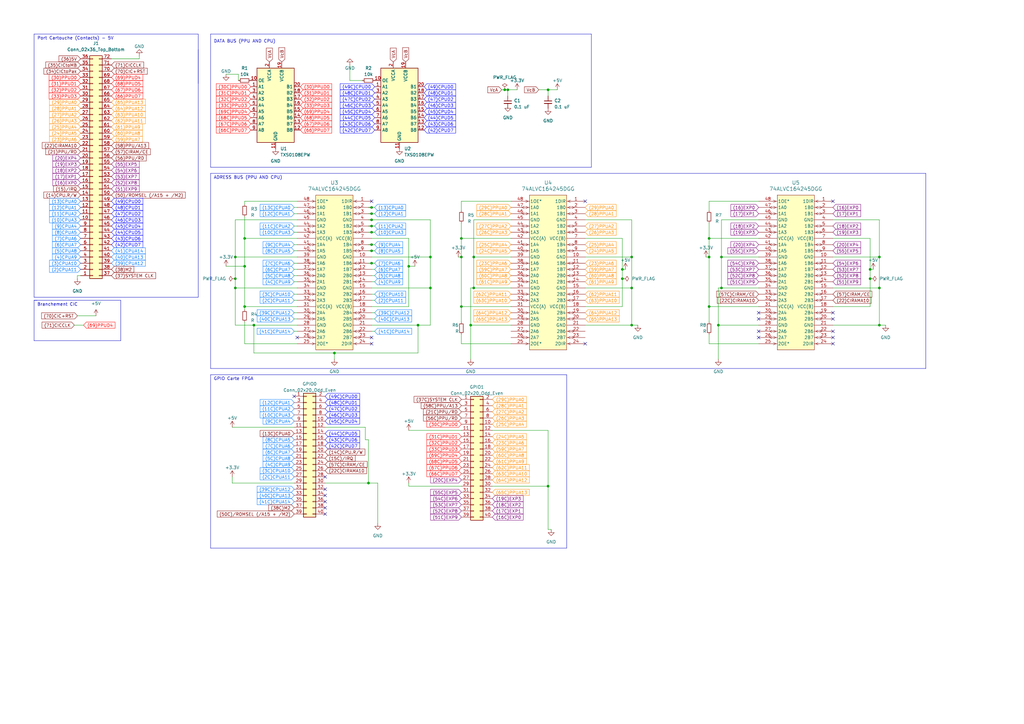
<source format=kicad_sch>
(kicad_sch (version 20230121) (generator eeschema)
  (paper "A3")
  (title_block (title "NES Cartridge") (date "2023-10-07") (rev "1.0") (company "ENSEA"))
  (junction (at 259.08 105.41))
  (junction (at 152.4 100.33))
  (junction (at 152.4 90.17))
  (junction (at 152.4 95.25))
  (junction (at 100.33 125.73))
  (junction (at 290.83 125.73))
  (junction (at 356.87 114.3))
  (junction (at 152.4 87.63))
  (junction (at 104.14 133.35))
  (junction (at 224.79 199.39))
  (junction (at 295.91 118.11))
  (junction (at 356.87 110.49))
  (junction (at 176.53 105.41))
  (junction (at 360.68 118.11))
  (junction (at 152.4 107.95))
  (junction (at 360.68 105.41))
  (junction (at 167.64 109.22))
  (junction (at 255.27 110.49))
  (junction (at 189.23 97.79))
  (junction (at 224.79 36.83))
  (junction (at 137.16 144.78))
  (junction (at 189.23 105.41))
  (junction (at 255.27 114.3))
  (junction (at 194.31 105.41))
  (junction (at 294.64 133.35))
  (junction (at 100.33 97.79))
  (junction (at 207.01 36.83))
  (junction (at 96.52 114.3))
  (junction (at 259.08 118.11))
  (junction (at 208.28 36.83))
  (junction (at 259.08 133.35))
  (junction (at 290.83 105.41))
  (junction (at 96.52 118.11))
  (junction (at 152.4 85.09))
  (junction (at 151.13 198.12))
  (junction (at 193.04 133.35))
  (junction (at 360.68 133.35))
  (junction (at 152.4 92.71))
  (junction (at 171.45 133.35))
  (junction (at 290.83 97.79))
  (junction (at 295.91 105.41))
  (junction (at 189.23 125.73))
  (junction (at 96.52 105.41))
  (junction (at 100.33 109.22))
  (junction (at 152.4 102.87))
  (junction (at 176.53 118.11))
  (junction (at 194.31 118.11))
  (no_connect (at 341.63 128.27))
  (no_connect (at 120.65 162.56))
  (no_connect (at 240.03 82.55))
  (no_connect (at 152.4 138.43))
  (no_connect (at 240.03 140.97))
  (no_connect (at 133.35 210.82))
  (no_connect (at 341.63 135.89))
  (no_connect (at 133.35 195.58))
  (no_connect (at 311.15 130.81))
  (no_connect (at 311.15 135.89))
  (no_connect (at 311.15 138.43))
  (no_connect (at 152.4 140.97))
  (no_connect (at 341.63 130.81))
  (no_connect (at 341.63 82.55))
  (no_connect (at 133.35 203.2))
  (no_connect (at 133.35 205.74))
  (no_connect (at 152.4 82.55))
  (no_connect (at 121.92 138.43))
  (no_connect (at 341.63 138.43))
  (no_connect (at 133.35 200.66))
  (no_connect (at 311.15 128.27))
  (no_connect (at 341.63 140.97))
  (no_connect (at 133.35 208.28))
  (wire (pts (xy 208.28 43.18) (xy 208.28 44.45)))
  (wire (pts (xy 193.04 133.35) (xy 193.04 118.11)))
  (wire (pts (xy 360.68 133.35) (xy 341.63 133.35)))
  (wire (pts (xy 255.27 97.79) (xy 255.27 110.49)))
  (wire (pts (xy 295.91 118.11) (xy 295.91 105.41)))
  (wire (pts (xy 360.68 118.11) (xy 341.63 118.11)))
  (wire (pts (xy 97.79 33.02) (xy 97.79 30.48)))
  (wire (pts (xy 224.79 199.39) (xy 201.93 199.39)))
  (wire (pts (xy 31.75 113.03) (xy 31.75 114.3)))
  (wire (pts (xy 208.28 36.83) (xy 212.09 36.83)))
  (wire (pts (xy 341.63 97.79) (xy 356.87 97.79)))
  (wire (pts (xy 259.08 118.11) (xy 259.08 133.35)))
  (wire (pts (xy 121.92 135.89) (xy 120.65 135.89)))
  (polyline (pts (xy 86.36 153.67) (xy 86.36 224.79)))
  (wire (pts (xy 171.45 133.35) (xy 171.45 144.78)))
  (wire (pts (xy 356.87 114.3) (xy 356.87 125.73)))
  (wire (pts (xy 294.64 133.35) (xy 294.64 147.32)))
  (wire (pts (xy 152.4 133.35) (xy 171.45 133.35)))
  (wire (pts (xy 240.03 97.79) (xy 255.27 97.79)))
  (wire (pts (xy 137.16 144.78) (xy 104.14 144.78)))
  (wire (pts (xy 104.14 133.35) (xy 121.92 133.35)))
  (wire (pts (xy 121.92 110.49) (xy 120.65 110.49)))
  (wire (pts (xy 290.83 91.44) (xy 290.83 97.79)))
  (polyline (pts (xy 86.36 68.58) (xy 242.57 68.58)))
  (wire (pts (xy 360.68 105.41) (xy 341.63 105.41)))
  (polyline (pts (xy 86.36 71.12) (xy 379.73 71.12)))
  (wire (pts (xy 100.33 82.55) (xy 100.33 83.82)))
  (polyline (pts (xy 232.41 224.79) (xy 232.41 153.67)))
  (wire (pts (xy 290.83 97.79) (xy 290.83 105.41)))
  (wire (pts (xy 290.83 140.97) (xy 311.15 140.97)))
  (wire (pts (xy 121.92 115.57) (xy 120.65 115.57)))
  (wire (pts (xy 143.51 26.67) (xy 143.51 33.02)))
  (wire (pts (xy 167.64 109.22) (xy 167.64 125.73)))
  (wire (pts (xy 205.74 36.83) (xy 207.01 36.83)))
  (wire (pts (xy 290.83 125.73) (xy 290.83 132.08)))
  (wire (pts (xy 149.86 180.34) (xy 151.13 180.34)))
  (wire (pts (xy 360.68 118.11) (xy 360.68 133.35)))
  (wire (pts (xy 121.92 130.81) (xy 120.65 130.81)))
  (wire (pts (xy 189.23 91.44) (xy 189.23 97.79)))
  (wire (pts (xy 97.79 30.48) (xy 92.71 30.48)))
  (wire (pts (xy 152.4 125.73) (xy 167.64 125.73)))
  (wire (pts (xy 100.33 125.73) (xy 100.33 127)))
  (wire (pts (xy 121.92 125.73) (xy 100.33 125.73)))
  (wire (pts (xy 152.4 110.49) (xy 153.67 110.49)))
  (wire (pts (xy 255.27 110.49) (xy 256.54 110.49)))
  (wire (pts (xy 356.87 110.49) (xy 356.87 114.3)))
  (wire (pts (xy 152.4 123.19) (xy 153.67 123.19)))
  (wire (pts (xy 151.13 95.25) (xy 152.4 95.25)))
  (wire (pts (xy 224.79 199.39) (xy 224.79 217.17)))
  (wire (pts (xy 259.08 118.11) (xy 240.03 118.11)))
  (wire (pts (xy 167.64 199.39) (xy 189.23 199.39)))
  (wire (pts (xy 220.98 36.83) (xy 224.79 36.83)))
  (wire (pts (xy 152.4 105.41) (xy 176.53 105.41)))
  (wire (pts (xy 176.53 90.17) (xy 176.53 105.41)))
  (wire (pts (xy 189.23 105.41) (xy 189.23 125.73)))
  (wire (pts (xy 121.92 128.27) (xy 120.65 128.27)))
  (polyline (pts (xy 13.97 139.7) (xy 13.97 123.19)))
  (wire (pts (xy 152.4 97.79) (xy 167.64 97.79)))
  (wire (pts (xy 167.64 109.22) (xy 170.18 109.22)))
  (polyline (pts (xy 13.97 123.19) (xy 49.53 123.19)))
  (wire (pts (xy 100.33 132.08) (xy 100.33 140.97)))
  (wire (pts (xy 290.83 82.55) (xy 290.83 86.36)))
  (wire (pts (xy 356.87 97.79) (xy 356.87 110.49)))
  (wire (pts (xy 311.15 118.11) (xy 295.91 118.11)))
  (wire (pts (xy 96.52 118.11) (xy 96.52 133.35)))
  (wire (pts (xy 290.83 97.79) (xy 311.15 97.79)))
  (wire (pts (xy 224.79 36.83) (xy 224.79 39.37)))
  (wire (pts (xy 193.04 118.11) (xy 194.31 118.11)))
  (wire (pts (xy 152.4 107.95) (xy 153.67 107.95)))
  (wire (pts (xy 152.4 102.87) (xy 153.67 102.87)))
  (polyline (pts (xy 379.73 151.13) (xy 379.73 71.12)))
  (wire (pts (xy 167.64 176.53) (xy 189.23 176.53)))
  (wire (pts (xy 259.08 90.17) (xy 259.08 105.41)))
  (wire (pts (xy 120.65 198.12) (xy 95.25 198.12)))
  (polyline (pts (xy 49.53 139.7) (xy 13.97 139.7)))
  (wire (pts (xy 255.27 125.73) (xy 240.03 125.73)))
  (wire (pts (xy 294.64 133.35) (xy 294.64 118.11)))
  (wire (pts (xy 295.91 90.17) (xy 295.91 105.41)))
  (wire (pts (xy 224.79 36.83) (xy 228.6 36.83)))
  (polyline (pts (xy 86.36 224.79) (xy 232.41 224.79)))
  (wire (pts (xy 151.13 198.12) (xy 154.94 198.12)))
  (wire (pts (xy 290.83 137.16) (xy 290.83 140.97)))
  (wire (pts (xy 151.13 107.95) (xy 152.4 107.95)))
  (wire (pts (xy 30.48 133.35) (xy 34.29 133.35)))
  (wire (pts (xy 96.52 105.41) (xy 121.92 105.41)))
  (wire (pts (xy 96.52 133.35) (xy 104.14 133.35)))
  (wire (pts (xy 121.92 92.71) (xy 120.65 92.71)))
  (polyline (pts (xy 81.28 121.92) (xy 13.97 121.92)))
  (polyline (pts (xy 86.36 151.13) (xy 379.73 151.13)))
  (polyline (pts (xy 81.28 13.97) (xy 81.28 34.29)))
  (wire (pts (xy 171.45 144.78) (xy 137.16 144.78)))
  (wire (pts (xy 311.15 82.55) (xy 290.83 82.55)))
  (wire (pts (xy 152.4 118.11) (xy 176.53 118.11)))
  (wire (pts (xy 95.25 175.26) (xy 120.65 175.26)))
  (wire (pts (xy 356.87 125.73) (xy 341.63 125.73)))
  (wire (pts (xy 259.08 105.41) (xy 240.03 105.41)))
  (wire (pts (xy 294.64 133.35) (xy 311.15 133.35)))
  (wire (pts (xy 152.4 120.65) (xy 153.67 120.65)))
  (wire (pts (xy 311.15 90.17) (xy 295.91 90.17)))
  (wire (pts (xy 121.92 82.55) (xy 100.33 82.55)))
  (wire (pts (xy 121.92 123.19) (xy 120.65 123.19)))
  (wire (pts (xy 152.4 85.09) (xy 153.67 85.09)))
  (wire (pts (xy 151.13 87.63) (xy 152.4 87.63)))
  (wire (pts (xy 104.14 144.78) (xy 104.14 133.35)))
  (wire (pts (xy 194.31 105.41) (xy 209.55 105.41)))
  (wire (pts (xy 154.94 198.12) (xy 154.94 214.63)))
  (wire (pts (xy 143.51 33.02) (xy 148.59 33.02)))
  (wire (pts (xy 100.33 109.22) (xy 100.33 97.79)))
  (wire (pts (xy 137.16 144.78) (xy 137.16 147.32)))
  (wire (pts (xy 341.63 90.17) (xy 360.68 90.17)))
  (wire (pts (xy 121.92 100.33) (xy 120.65 100.33)))
  (wire (pts (xy 151.13 102.87) (xy 152.4 102.87)))
  (wire (pts (xy 151.13 180.34) (xy 151.13 198.12)))
  (wire (pts (xy 95.25 198.12) (xy 95.25 195.58)))
  (wire (pts (xy 193.04 133.35) (xy 209.55 133.35)))
  (wire (pts (xy 360.68 105.41) (xy 360.68 118.11)))
  (polyline (pts (xy 13.97 13.97) (xy 81.28 13.97)))
  (wire (pts (xy 96.52 114.3) (xy 96.52 118.11)))
  (wire (pts (xy 151.13 92.71) (xy 152.4 92.71)))
  (wire (pts (xy 31.75 129.54) (xy 39.37 129.54)))
  (wire (pts (xy 360.68 133.35) (xy 363.22 133.35)))
  (wire (pts (xy 189.23 97.79) (xy 189.23 105.41)))
  (wire (pts (xy 121.92 87.63) (xy 120.65 87.63)))
  (wire (pts (xy 189.23 82.55) (xy 189.23 86.36)))
  (wire (pts (xy 100.33 125.73) (xy 100.33 109.22)))
  (wire (pts (xy 100.33 97.79) (xy 121.92 97.79)))
  (wire (pts (xy 92.71 109.22) (xy 100.33 109.22)))
  (wire (pts (xy 224.79 176.53) (xy 224.79 199.39)))
  (wire (pts (xy 152.4 115.57) (xy 153.67 115.57)))
  (wire (pts (xy 255.27 114.3) (xy 255.27 125.73)))
  (wire (pts (xy 152.4 130.81) (xy 153.67 130.81)))
  (wire (pts (xy 151.13 85.09) (xy 152.4 85.09)))
  (wire (pts (xy 96.52 105.41) (xy 96.52 114.3)))
  (wire (pts (xy 194.31 118.11) (xy 194.31 105.41)))
  (wire (pts (xy 167.64 198.12) (xy 167.64 199.39)))
  (wire (pts (xy 193.04 133.35) (xy 193.04 147.32)))
  (wire (pts (xy 100.33 88.9) (xy 100.33 97.79)))
  (wire (pts (xy 121.92 102.87) (xy 120.65 102.87)))
  (wire (pts (xy 360.68 90.17) (xy 360.68 105.41)))
  (wire (pts (xy 255.27 110.49) (xy 255.27 114.3)))
  (wire (pts (xy 189.23 125.73) (xy 209.55 125.73)))
  (wire (pts (xy 294.64 118.11) (xy 295.91 118.11)))
  (wire (pts (xy 224.79 217.17) (xy 226.06 217.17)))
  (wire (pts (xy 152.4 128.27) (xy 153.67 128.27)))
  (wire (pts (xy 259.08 133.35) (xy 240.03 133.35)))
  (wire (pts (xy 289.56 105.41) (xy 290.83 105.41)))
  (polyline (pts (xy 13.97 123.19) (xy 15.24 123.19)))
  (wire (pts (xy 121.92 95.25) (xy 120.65 95.25)))
  (wire (pts (xy 121.92 107.95) (xy 120.65 107.95)))
  (wire (pts (xy 152.4 87.63) (xy 153.67 87.63)))
  (wire (pts (xy 259.08 133.35) (xy 261.62 133.35)))
  (wire (pts (xy 152.4 135.89) (xy 153.67 135.89)))
  (wire (pts (xy 121.92 120.65) (xy 120.65 120.65)))
  (wire (pts (xy 45.72 24.13) (xy 57.15 24.13)))
  (wire (pts (xy 176.53 118.11) (xy 176.53 133.35)))
  (wire (pts (xy 96.52 118.11) (xy 121.92 118.11)))
  (wire (pts (xy 189.23 140.97) (xy 209.55 140.97)))
  (wire (pts (xy 152.4 100.33) (xy 153.67 100.33)))
  (wire (pts (xy 189.23 137.16) (xy 189.23 140.97)))
  (wire (pts (xy 259.08 105.41) (xy 259.08 118.11)))
  (wire (pts (xy 167.64 97.79) (xy 167.64 109.22)))
  (wire (pts (xy 171.45 133.35) (xy 176.53 133.35)))
  (wire (pts (xy 96.52 90.17) (xy 96.52 105.41)))
  (wire (pts (xy 189.23 97.79) (xy 209.55 97.79)))
  (wire (pts (xy 152.4 90.17) (xy 176.53 90.17)))
  (polyline (pts (xy 86.36 13.97) (xy 86.36 68.58)))
  (wire (pts (xy 151.13 100.33) (xy 152.4 100.33)))
  (wire (pts (xy 207.01 36.83) (xy 208.28 36.83)))
  (wire (pts (xy 209.55 90.17) (xy 194.31 90.17)))
  (wire (pts (xy 295.91 105.41) (xy 311.15 105.41)))
  (wire (pts (xy 152.4 92.71) (xy 153.67 92.71)))
  (wire (pts (xy 290.83 105.41) (xy 290.83 125.73)))
  (wire (pts (xy 121.92 85.09) (xy 120.65 85.09)))
  (wire (pts (xy 208.28 39.37) (xy 208.28 36.83)))
  (polyline (pts (xy 13.97 121.92) (xy 13.97 13.97)))
  (polyline (pts (xy 86.36 71.12) (xy 86.36 151.13)))
  (wire (pts (xy 57.15 22.86) (xy 57.15 24.13)))
  (wire (pts (xy 151.13 90.17) (xy 152.4 90.17)))
  (wire (pts (xy 33.02 113.03) (xy 31.75 113.03)))
  (polyline (pts (xy 86.36 153.67) (xy 232.41 153.67)))
  (wire (pts (xy 149.86 175.26) (xy 149.86 180.34)))
  (polyline (pts (xy 86.36 13.97) (xy 242.57 13.97)))
  (polyline (pts (xy 81.28 20.32) (xy 81.28 121.92)))
  (wire (pts (xy 100.33 140.97) (xy 121.92 140.97)))
  (wire (pts (xy 149.86 175.26) (xy 133.35 175.26)))
  (wire (pts (xy 121.92 113.03) (xy 120.65 113.03)))
  (wire (pts (xy 194.31 90.17) (xy 194.31 105.41)))
  (wire (pts (xy 209.55 82.55) (xy 189.23 82.55)))
  (polyline (pts (xy 49.53 123.19) (xy 49.53 139.7)))
  (wire (pts (xy 240.03 90.17) (xy 259.08 90.17)))
  (wire (pts (xy 152.4 113.03) (xy 153.67 113.03)))
  (wire (pts (xy 152.4 95.25) (xy 153.67 95.25)))
  (wire (pts (xy 290.83 125.73) (xy 311.15 125.73)))
  (wire (pts (xy 209.55 118.11) (xy 194.31 118.11)))
  (polyline (pts (xy 242.57 68.58) (xy 242.57 13.97)))
  (wire (pts (xy 356.87 110.49) (xy 358.14 110.49)))
  (wire (pts (xy 151.13 198.12) (xy 133.35 198.12)))
  (wire (pts (xy 201.93 176.53) (xy 224.79 176.53)))
  (wire (pts (xy 187.96 105.41) (xy 189.23 105.41)))
  (wire (pts (xy 176.53 105.41) (xy 176.53 118.11)))
  (wire (pts (xy 121.92 90.17) (xy 96.52 90.17)))
  (wire (pts (xy 189.23 125.73) (xy 189.23 132.08)))
  (text "Port Cartouche (Contacts) - 5V" (at 15.24 16.51 0) (effects (font (size 1.27 1.27)) (justify left bottom)))
  (text "ADRESS BUS (PPU AND CPU)" (at 87.63 73.66 0) (effects (font (size 1.27 1.27)) (justify left bottom)))
  (text "GPIO Carte FPGA\n" (at 87.63 156.21 0) (effects (font (size 1.27 1.27)) (justify left bottom)))
  (text "Branchement CIC\n" (at 15.24 125.73 0) (effects (font (size 1.27 1.27)) (justify left bottom)))
  (text "DATA BUS (PPU AND CPU)" (at 87.63 17.78 0) (effects (font (size 1.27 1.27)) (justify left bottom)))
  (global_label "(23)PPUA6" (shape input) (at 33.02 57.15 180) (property "Intersheetrefs" "${INTERSHEET_REFS}" (effects hide)))
  (global_label "(45C)CPUD4" (shape input) (at 133.35 172.72 0) (property "Intersheetrefs" "${INTERSHEET_REFS}" (effects hide)))
  (global_label "(20)EXP4" (shape input) (at 341.63 100.33 0) (property "Intersheetrefs" "${INTERSHEET_REFS}" (effects hide)))
  (global_label "(18)EXP2" (shape input) (at 33.02 69.85 180) (property "Intersheetrefs" "${INTERSHEET_REFS}" (effects hide)))
  (global_label "(30)PPUD0" (shape input) (at 123.19 35.56 0) (property "Intersheetrefs" "${INTERSHEET_REFS}" (effects hide)))
  (global_label "(8C)CPUA5" (shape input) (at 120.65 180.34 180) (property "Intersheetrefs" "${INTERSHEET_REFS}" (effects hide)))
  (global_label "(41C)CPUA14" (shape input) (at 120.65 135.89 180) (property "Intersheetrefs" "${INTERSHEET_REFS}" (effects hide)))
  (global_label "(45)CPUD4" (shape input) (at 45.72 92.71 0) (property "Intersheetrefs" "${INTERSHEET_REFS}" (effects hide)))
  (global_label "(48)CPUD1" (shape input) (at 173.99 38.1 0) (property "Intersheetrefs" "${INTERSHEET_REFS}" (effects hide)))
  (global_label "(60)PPUA8" (shape input) (at 45.72 54.61 0) (property "Intersheetrefs" "${INTERSHEET_REFS}" (effects hide)))
  (global_label "(17)EXP1" (shape input) (at 341.63 87.63 0) (property "Intersheetrefs" "${INTERSHEET_REFS}" (effects hide)))
  (global_label "(55C)EXP5" (shape input) (at 311.15 102.87 180) (property "Intersheetrefs" "${INTERSHEET_REFS}" (effects hide)))
  (global_label "(70)CIC+RST" (shape input) (at 45.72 29.21 0) (property "Intersheetrefs" "${INTERSHEET_REFS}" (effects hide)))
  (global_label "(50C){slash}ROMSEL ({slash}A15 + {slash}M2)" (shape input) (at 120.65 210.82 180) (property "Intersheetrefs" "${INTERSHEET_REFS}" (effects hide)))
  (global_label "VcB" (shape input) (at 220.98 36.83 180) (property "Intersheetrefs" "${INTERSHEET_REFS}" (effects hide)))
  (global_label "(29)PPUA0" (shape input) (at 33.02 41.91 180) (property "Intersheetrefs" "${INTERSHEET_REFS}" (effects hide)))
  (global_label "(38C)M2" (shape input) (at 120.65 208.28 180) (property "Intersheetrefs" "${INTERSHEET_REFS}" (effects hide)))
  (global_label "(39)CPUA12" (shape input) (at 45.72 107.95 0) (property "Intersheetrefs" "${INTERSHEET_REFS}" (effects hide)))
  (global_label "VcB" (shape input) (at 166.37 25.4 90) (property "Intersheetrefs" "${INTERSHEET_REFS}" (effects hide)))
  (global_label "VcA" (shape input) (at 205.74 36.83 180) (property "Intersheetrefs" "${INTERSHEET_REFS}" (effects hide)))
  (global_label "(18)EXP2" (shape input) (at 341.63 92.71 0) (property "Intersheetrefs" "${INTERSHEET_REFS}" (effects hide)))
  (global_label "(47C)CPUD2" (shape input) (at 133.35 167.64 0) (property "Intersheetrefs" "${INTERSHEET_REFS}" (effects hide)))
  (global_label "(39C)CPUA12" (shape input) (at 120.65 200.66 180) (property "Intersheetrefs" "${INTERSHEET_REFS}" (effects hide)))
  (global_label "(43C)CPUD6" (shape input) (at 153.67 50.8 180) (property "Intersheetrefs" "${INTERSHEET_REFS}" (effects hide)))
  (global_label "(13)CPUA0" (shape input) (at 153.67 85.09 0) (property "Intersheetrefs" "${INTERSHEET_REFS}" (effects hide)))
  (global_label "(46)CPUD3" (shape input) (at 173.99 43.18 0) (property "Intersheetrefs" "${INTERSHEET_REFS}" (effects hide)))
  (global_label "(2)CPUA11" (shape input) (at 33.02 110.49 180) (property "Intersheetrefs" "${INTERSHEET_REFS}" (effects hide)))
  (global_label "(4C)CPUA9" (shape input) (at 120.65 115.57 180) (property "Intersheetrefs" "${INTERSHEET_REFS}" (effects hide)))
  (global_label "(17)EXP1" (shape input) (at 33.02 72.39 180) (property "Intersheetrefs" "${INTERSHEET_REFS}" (effects hide)))
  (global_label "(66C)PPUD7" (shape input) (at 102.87 53.34 180) (property "Intersheetrefs" "${INTERSHEET_REFS}" (effects hide)))
  (global_label "(25)PPUA4" (shape input) (at 33.02 52.07 180) (property "Intersheetrefs" "${INTERSHEET_REFS}" (effects hide)))
  (global_label "(33)PPUD3" (shape input) (at 123.19 43.18 0) (property "Intersheetrefs" "${INTERSHEET_REFS}" (effects hide)))
  (global_label "(31C)PPUD1" (shape input) (at 189.23 179.07 180) (property "Intersheetrefs" "${INTERSHEET_REFS}" (effects hide)))
  (global_label "(20C)EXP4" (shape input) (at 189.23 196.85 180) (property "Intersheetrefs" "${INTERSHEET_REFS}" (effects hide)))
  (global_label "(68)PPUD5" (shape input) (at 123.19 48.26 0) (property "Intersheetrefs" "${INTERSHEET_REFS}" (effects hide)))
  (global_label "(30C)PPUD0" (shape input) (at 102.87 35.56 180) (property "Intersheetrefs" "${INTERSHEET_REFS}" (effects hide)))
  (global_label "(7)CPUA6" (shape input) (at 33.02 97.79 180) (property "Intersheetrefs" "${INTERSHEET_REFS}" (effects hide)))
  (global_label "(7C)CPUA6" (shape input) (at 120.65 107.95 180) (property "Intersheetrefs" "${INTERSHEET_REFS}" (effects hide)))
  (global_label "(62)PPUA11" (shape input) (at 45.72 49.53 0) (property "Intersheetrefs" "${INTERSHEET_REFS}" (effects hide)))
  (global_label "(26C)PPUA3" (shape input) (at 209.55 95.25 180) (property "Intersheetrefs" "${INTERSHEET_REFS}" (effects hide)))
  (global_label "(57C)CIRAM{slash}CE" (shape input) (at 311.15 120.65 180) (property "Intersheetrefs" "${INTERSHEET_REFS}" (effects hide)))
  (global_label "(22C)CIRAMA10" (shape input) (at 133.35 193.04 0) (property "Intersheetrefs" "${INTERSHEET_REFS}" (effects hide)))
  (global_label "(55)EXP5" (shape input) (at 45.72 67.31 0) (property "Intersheetrefs" "${INTERSHEET_REFS}" (effects hide)))
  (global_label "(21C)PPU{slash}RD" (shape input) (at 189.23 168.91 180) (property "Intersheetrefs" "${INTERSHEET_REFS}" (effects hide)))
  (global_label "(63)PPUA10" (shape input) (at 240.03 123.19 0) (property "Intersheetrefs" "${INTERSHEET_REFS}" (effects hide)))
  (global_label "(40C)CPUA13" (shape input) (at 120.65 130.81 180) (property "Intersheetrefs" "${INTERSHEET_REFS}" (effects hide)))
  (global_label "(69)PPUD4" (shape input) (at 34.29 133.35 0) (property "Intersheetrefs" "${INTERSHEET_REFS}" (effects hide)))
  (global_label "(4C)CPUA9" (shape input) (at 120.65 190.5 180) (property "Intersheetrefs" "${INTERSHEET_REFS}" (effects hide)))
  (global_label "(64)PPUA12" (shape input) (at 240.03 128.27 0) (property "Intersheetrefs" "${INTERSHEET_REFS}" (effects hide)))
  (global_label "(40)CPUA13" (shape input) (at 45.72 105.41 0) (property "Intersheetrefs" "${INTERSHEET_REFS}" (effects hide)))
  (global_label "(46)CPUD3" (shape input) (at 45.72 90.17 0) (property "Intersheetrefs" "${INTERSHEET_REFS}" (effects hide)))
  (global_label "(8)CPUA5" (shape input) (at 153.67 102.87 0) (property "Intersheetrefs" "${INTERSHEET_REFS}" (effects hide)))
  (global_label "(4)CPUA9" (shape input) (at 33.02 105.41 180) (property "Intersheetrefs" "${INTERSHEET_REFS}" (effects hide)))
  (global_label "(49C)CPUD0" (shape input) (at 133.35 162.56 0) (property "Intersheetrefs" "${INTERSHEET_REFS}" (effects hide)))
  (global_label "(25)PPUA4" (shape input) (at 240.03 100.33 0) (property "Intersheetrefs" "${INTERSHEET_REFS}" (effects hide)))
  (global_label "(6C)CPUA7" (shape input) (at 120.65 185.42 180) (property "Intersheetrefs" "${INTERSHEET_REFS}" (effects hide)))
  (global_label "(32C)PPUD2" (shape input) (at 102.87 40.64 180) (property "Intersheetrefs" "${INTERSHEET_REFS}" (effects hide)))
  (global_label "(11)CPUA2" (shape input) (at 153.67 92.71 0) (property "Intersheetrefs" "${INTERSHEET_REFS}" (effects hide)))
  (global_label "(68C)PPUD5" (shape input) (at 189.23 189.23 180) (property "Intersheetrefs" "${INTERSHEET_REFS}" (effects hide)))
  (global_label "(58)PPU{slash}A13" (shape input) (at 45.72 59.69 0) (property "Intersheetrefs" "${INTERSHEET_REFS}" (effects hide)))
  (global_label "(57)CIRAM{slash}CE" (shape input) (at 341.63 120.65 0) (property "Intersheetrefs" "${INTERSHEET_REFS}" (effects hide)))
  (global_label "(34)CICtoPak" (shape input) (at 33.02 29.21 180) (property "Intersheetrefs" "${INTERSHEET_REFS}" (effects hide)))
  (global_label "(39C)CPUA12" (shape input) (at 153.67 128.27 0) (property "Intersheetrefs" "${INTERSHEET_REFS}" (effects hide)))
  (global_label "(2)CPUA11" (shape input) (at 153.67 123.19 0) (property "Intersheetrefs" "${INTERSHEET_REFS}" (effects hide)))
  (global_label "(10C)CPUA3" (shape input) (at 120.65 170.18 180) (property "Intersheetrefs" "${INTERSHEET_REFS}" (effects hide)))
  (global_label "(54)EXP6" (shape input) (at 341.63 107.95 0) (property "Intersheetrefs" "${INTERSHEET_REFS}" (effects hide)))
  (global_label "(26)PPUA3" (shape input) (at 33.02 49.53 180) (property "Intersheetrefs" "${INTERSHEET_REFS}" (effects hide)))
  (global_label "(69)PPUD4" (shape input) (at 45.72 31.75 0) (property "Intersheetrefs" "${INTERSHEET_REFS}" (effects hide)))
  (global_label "(27)PPUA2" (shape input) (at 33.02 46.99 180) (property "Intersheetrefs" "${INTERSHEET_REFS}" (effects hide)))
  (global_label "(48C)CPUD1" (shape input) (at 153.67 38.1 180) (property "Intersheetrefs" "${INTERSHEET_REFS}" (effects hide)))
  (global_label "(44C)CPUD5" (shape input) (at 133.35 177.8 0) (property "Intersheetrefs" "${INTERSHEET_REFS}" (effects hide)))
  (global_label "(53C)EXP7" (shape input) (at 189.23 207.01 180) (property "Intersheetrefs" "${INTERSHEET_REFS}" (effects hide)))
  (global_label "(42C)CPUD7" (shape input) (at 133.35 182.88 0) (property "Intersheetrefs" "${INTERSHEET_REFS}" (effects hide)))
  (global_label "(28)PPUA1" (shape input) (at 33.02 44.45 180) (property "Intersheetrefs" "${INTERSHEET_REFS}" (effects hide)))
  (global_label "(53C)EXP7" (shape input) (at 311.15 110.49 180) (property "Intersheetrefs" "${INTERSHEET_REFS}" (effects hide)))
  (global_label "(67C)PPUD6" (shape input) (at 189.23 191.77 180) (property "Intersheetrefs" "${INTERSHEET_REFS}" (effects hide)))
  (global_label "(11)CPUA2" (shape input) (at 33.02 87.63 180) (property "Intersheetrefs" "${INTERSHEET_REFS}" (effects hide)))
  (global_label "(48)CPUD1" (shape input) (at 45.72 85.09 0) (property "Intersheetrefs" "${INTERSHEET_REFS}" (effects hide)))
  (global_label "(26)PPUA3" (shape input) (at 240.03 95.25 0) (property "Intersheetrefs" "${INTERSHEET_REFS}" (effects hide)))
  (global_label "(30)PPUD0" (shape input) (at 33.02 31.75 180) (property "Intersheetrefs" "${INTERSHEET_REFS}" (effects hide)))
  (global_label "(59)PPUA7" (shape input) (at 45.72 57.15 0) (property "Intersheetrefs" "${INTERSHEET_REFS}" (effects hide)))
  (global_label "(16)EXP0" (shape input) (at 311.15 85.09 180) (property "Intersheetrefs" "${INTERSHEET_REFS}" (effects hide)))
  (global_label "(52)EXP8" (shape input) (at 341.63 113.03 0) (property "Intersheetrefs" "${INTERSHEET_REFS}" (effects hide)))
  (global_label "(63C)PPUA10" (shape input) (at 201.93 194.31 0) (property "Intersheetrefs" "${INTERSHEET_REFS}" (effects hide)))
  (global_label "(33C)PPUD3" (shape input) (at 189.23 184.15 180) (property "Intersheetrefs" "${INTERSHEET_REFS}" (effects hide)))
  (global_label "(13)CPUA0" (shape input) (at 33.02 82.55 180) (property "Intersheetrefs" "${INTERSHEET_REFS}" (effects hide)))
  (global_label "(27C)PPUA2" (shape input) (at 209.55 92.71 180) (property "Intersheetrefs" "${INTERSHEET_REFS}" (effects hide)))
  (global_label "(13C)CPUA0" (shape input) (at 120.65 177.8 180) (property "Intersheetrefs" "${INTERSHEET_REFS}" (effects hide)))
  (global_label "(47)CPUD2" (shape input) (at 173.99 40.64 0) (property "Intersheetrefs" "${INTERSHEET_REFS}" (effects hide)))
  (global_label "(33)PPUD3" (shape input) (at 33.02 39.37 180) (property "Intersheetrefs" "${INTERSHEET_REFS}" (effects hide)))
  (global_label "(3)CPUA10" (shape input) (at 153.67 120.65 0) (property "Intersheetrefs" "${INTERSHEET_REFS}" (effects hide)))
  (global_label "(6C)CPUA7" (shape input) (at 120.65 110.49 180) (property "Intersheetrefs" "${INTERSHEET_REFS}" (effects hide)))
  (global_label "(66)PPUD7" (shape input) (at 45.72 39.37 0) (property "Intersheetrefs" "${INTERSHEET_REFS}" (effects hide)))
  (global_label "(28)PPUA1" (shape input) (at 240.03 87.63 0) (property "Intersheetrefs" "${INTERSHEET_REFS}" (effects hide)))
  (global_label "(47)CPUD2" (shape input) (at 45.72 87.63 0) (property "Intersheetrefs" "${INTERSHEET_REFS}" (effects hide)))
  (global_label "(62C)PPUA11" (shape input) (at 201.93 191.77 0) (property "Intersheetrefs" "${INTERSHEET_REFS}" (effects hide)))
  (global_label "(11C)CPUA2" (shape input) (at 120.65 167.64 180) (property "Intersheetrefs" "${INTERSHEET_REFS}" (effects hide)))
  (global_label "(50){slash}ROMSEL ({slash}A15 + {slash}M2)" (shape input) (at 45.72 80.01 0) (property "Intersheetrefs" "${INTERSHEET_REFS}" (effects hide)))
  (global_label "(2C)CPUA11" (shape input) (at 120.65 195.58 180) (property "Intersheetrefs" "${INTERSHEET_REFS}" (effects hide)))
  (global_label "(24C)PPUA5" (shape input) (at 209.55 102.87 180) (property "Intersheetrefs" "${INTERSHEET_REFS}" (effects hide)))
  (global_label "(36)5V" (shape input) (at 33.02 24.13 180) (property "Intersheetrefs" "${INTERSHEET_REFS}" (effects hide)))
  (global_label "(37)SYSTEM CLK" (shape input) (at 45.72 113.03 0) (property "Intersheetrefs" "${INTERSHEET_REFS}" (effects hide)))
  (global_label "(30C)PPUD0" (shape input) (at 189.23 173.99 180) (property "Intersheetrefs" "${INTERSHEET_REFS}" (effects hide)))
  (global_label "(12C)CPUA1" (shape input) (at 120.65 87.63 180) (property "Intersheetrefs" "${INTERSHEET_REFS}" (effects hide)))
  (global_label "(25C)PPUA4" (shape input) (at 209.55 100.33 180) (property "Intersheetrefs" "${INTERSHEET_REFS}" (effects hide)))
  (global_label "(18C)EXP2" (shape input) (at 201.93 207.01 0) (property "Intersheetrefs" "${INTERSHEET_REFS}" (effects hide)))
  (global_label "(18)EXP2" (shape input) (at 311.15 92.71 180) (property "Intersheetrefs" "${INTERSHEET_REFS}" (effects hide)))
  (global_label "(65C)PPUA13" (shape input) (at 201.93 201.93 0) (property "Intersheetrefs" "${INTERSHEET_REFS}" (effects hide)))
  (global_label "(15){slash}IRQ" (shape input) (at 33.02 77.47 180) (property "Intersheetrefs" "${INTERSHEET_REFS}" (effects hide)))
  (global_label "(56)PPU{slash}RD" (shape input) (at 45.72 64.77 0) (property "Intersheetrefs" "${INTERSHEET_REFS}" (effects hide)))
  (global_label "(47C)CPUD2" (shape input) (at 153.67 40.64 180) (property "Intersheetrefs" "${INTERSHEET_REFS}" (effects hide)))
  (global_label "(42)CPUD7" (shape input) (at 45.72 100.33 0) (property "Intersheetrefs" "${INTERSHEET_REFS}" (effects hide)))
  (global_label "(11C)CPUA2" (shape input) (at 120.65 92.71 180) (property "Intersheetrefs" "${INTERSHEET_REFS}" (effects hide)))
  (global_label "(67)PPUD6" (shape input) (at 45.72 36.83 0) (property "Intersheetrefs" "${INTERSHEET_REFS}" (effects hide)))
  (global_label "(27)PPUA2" (shape input) (at 240.03 92.71 0) (property "Intersheetrefs" "${INTERSHEET_REFS}" (effects hide)))
  (global_label "(51)EXP9" (shape input) (at 45.72 77.47 0) (property "Intersheetrefs" "${INTERSHEET_REFS}" (effects hide)))
  (global_label "(24)PPUA5" (shape input) (at 240.03 102.87 0) (property "Intersheetrefs" "${INTERSHEET_REFS}" (effects hide)))
  (global_label "(13C)CPUA0" (shape input) (at 120.65 85.09 180) (property "Intersheetrefs" "${INTERSHEET_REFS}" (effects hide)))
  (global_label "(22)CIRAMA10" (shape input) (at 33.02 59.69 180) (property "Intersheetrefs" "${INTERSHEET_REFS}" (effects hide)))
  (global_label "(5)CPUA8" (shape input) (at 153.67 113.03 0) (property "Intersheetrefs" "${INTERSHEET_REFS}" (effects hide)))
  (global_label "(43)CPUD6" (shape input) (at 45.72 97.79 0) (property "Intersheetrefs" "${INTERSHEET_REFS}" (effects hide)))
  (global_label "(66C)PPUD7" (shape input) (at 189.23 194.31 180) (property "Intersheetrefs" "${INTERSHEET_REFS}" (effects hide)))
  (global_label "VcB" (shape input) (at 115.57 25.4 90) (property "Intersheetrefs" "${INTERSHEET_REFS}" (effects hide)))
  (global_label "(33C)PPUD3" (shape input) (at 102.87 43.18 180) (property "Intersheetrefs" "${INTERSHEET_REFS}" (effects hide)))
  (global_label "(63)PPUA10" (shape input) (at 45.72 46.99 0) (property "Intersheetrefs" "${INTERSHEET_REFS}" (effects hide)))
  (global_label "(64C)PPUA12" (shape input) (at 201.93 196.85 0) (property "Intersheetrefs" "${INTERSHEET_REFS}" (effects hide)))
  (global_label "(29)PPUA0" (shape input) (at 240.03 85.09 0) (property "Intersheetrefs" "${INTERSHEET_REFS}" (effects hide)))
  (global_label "(59C)PPUA7" (shape input) (at 201.93 184.15 0) (property "Intersheetrefs" "${INTERSHEET_REFS}" (effects hide)))
  (global_label "(64)PPUA12" (shape input) (at 45.72 44.45 0) (property "Intersheetrefs" "${INTERSHEET_REFS}" (effects hide)))
  (global_label "(68)PPUD5" (shape input) (at 45.72 34.29 0) (property "Intersheetrefs" "${INTERSHEET_REFS}" (effects hide)))
  (global_label "VcA" (shape input) (at 161.29 25.4 90) (property "Intersheetrefs" "${INTERSHEET_REFS}" (effects hide)))
  (global_label "(43C)CPUD6" (shape input) (at 133.35 180.34 0) (property "Intersheetrefs" "${INTERSHEET_REFS}" (effects hide)))
  (global_label "(69C)PPUD4" (shape input) (at 102.87 45.72 180) (property "Intersheetrefs" "${INTERSHEET_REFS}" (effects hide)))
  (global_label "(51)EXP9" (shape input) (at 341.63 115.57 0) (property "Intersheetrefs" "${INTERSHEET_REFS}" (effects hide)))
  (global_label "(54)EXP6" (shape input) (at 45.72 69.85 0) (property "Intersheetrefs" "${INTERSHEET_REFS}" (effects hide)))
  (global_label "(24)PPUA5" (shape input) (at 33.02 54.61 180) (property "Intersheetrefs" "${INTERSHEET_REFS}" (effects hide)))
  (global_label "(27C)PPUA2" (shape input) (at 201.93 168.91 0) (property "Intersheetrefs" "${INTERSHEET_REFS}" (effects hide)))
  (global_label "(19)EXP3" (shape input) (at 311.15 95.25 180) (property "Intersheetrefs" "${INTERSHEET_REFS}" (effects hide)))
  (global_label "(42C)CPUD7" (shape input) (at 153.67 53.34 180) (property "Intersheetrefs" "${INTERSHEET_REFS}" (effects hide)))
  (global_label "(41C)CPUA14" (shape input) (at 153.67 135.89 0) (property "Intersheetrefs" "${INTERSHEET_REFS}" (effects hide)))
  (global_label "(49)CPUD0" (shape input) (at 173.99 35.56 0) (property "Intersheetrefs" "${INTERSHEET_REFS}" (effects hide)))
  (global_label "(28C)PPUA1" (shape input) (at 201.93 166.37 0) (property "Intersheetrefs" "${INTERSHEET_REFS}" (effects hide)))
  (global_label "(29C)PPUA0" (shape input) (at 209.55 85.09 180) (property "Intersheetrefs" "${INTERSHEET_REFS}" (effects hide)))
  (global_label "(44)CPUD5" (shape input) (at 45.72 95.25 0) (property "Intersheetrefs" "${INTERSHEET_REFS}" (effects hide)))
  (global_label "(10)CPUA3" (shape input) (at 153.67 95.25 0) (property "Intersheetrefs" "${INTERSHEET_REFS}" (effects hide)))
  (global_label "(28C)PPUA1" (shape input) (at 209.55 87.63 180) (property "Intersheetrefs" "${INTERSHEET_REFS}" (effects hide)))
  (global_label "(57)CIRAM{slash}CE" (shape input) (at 45.72 62.23 0) (property "Intersheetrefs" "${INTERSHEET_REFS}" (effects hide)))
  (global_label "(71)CICCLK" (shape input) (at 45.72 26.67 0) (property "Intersheetrefs" "${INTERSHEET_REFS}" (effects hide)))
  (global_label "(16)EXP0" (shape input) (at 341.63 85.09 0) (property "Intersheetrefs" "${INTERSHEET_REFS}" (effects hide)))
  (global_label "(4)CPUA9" (shape input) (at 153.67 115.57 0) (property "Intersheetrefs" "${INTERSHEET_REFS}" (effects hide)))
  (global_label "(6)CPUA7" (shape input) (at 33.02 100.33 180) (property "Intersheetrefs" "${INTERSHEET_REFS}" (effects hide)))
  (global_label "(15C){slash}IRQ" (shape input) (at 133.35 187.96 0) (property "Intersheetrefs" "${INTERSHEET_REFS}" (effects hide)))
  (global_label "(39C)CPUA12" (shape input) (at 120.65 128.27 180) (property "Intersheetrefs" "${INTERSHEET_REFS}" (effects hide)))
  (global_label "(49C)CPUD0" (shape input) (at 153.67 35.56 180) (property "Intersheetrefs" "${INTERSHEET_REFS}" (effects hide)))
  (global_label "(60C)PPUA8" (shape input) (at 209.55 113.03 180) (property "Intersheetrefs" "${INTERSHEET_REFS}" (effects hide)))
  (global_label "(45)CPUD4" (shape input) (at 173.99 45.72 0) (property "Intersheetrefs" "${INTERSHEET_REFS}" (effects hide)))
  (global_label "(7)CPUA6" (shape input) (at 153.67 107.95 0) (property "Intersheetrefs" "${INTERSHEET_REFS}" (effects hide)))
  (global_label "(26C)PPUA3" (shape input) (at 201.93 171.45 0) (property "Intersheetrefs" "${INTERSHEET_REFS}" (effects hide)))
  (global_label "(32)PPUD2" (shape input) (at 33.02 36.83 180) (property "Intersheetrefs" "${INTERSHEET_REFS}" (effects hide)))
  (global_label "(62)PPUA11" (shape input) (at 240.03 120.65 0) (property "Intersheetrefs" "${INTERSHEET_REFS}" (effects hide)))
  (global_label "(3C)CPUA10" (shape input) (at 120.65 120.65 180) (property "Intersheetrefs" "${INTERSHEET_REFS}" (effects hide)))
  (global_label "(45C)CPUD4" (shape input) (at 153.67 45.72 180) (property "Intersheetrefs" "${INTERSHEET_REFS}" (effects hide)))
  (global_label "(69C)PPUD4" (shape input) (at 189.23 186.69 180) (property "Intersheetrefs" "${INTERSHEET_REFS}" (effects hide)))
  (global_label "(52)EXP8" (shape input) (at 45.72 74.93 0) (property "Intersheetrefs" "${INTERSHEET_REFS}" (effects hide)))
  (global_label "(55C)EXP5" (shape input) (at 189.23 201.93 180) (property "Intersheetrefs" "${INTERSHEET_REFS}" (effects hide)))
  (global_label "(69)PPUD4" (shape input) (at 123.19 45.72 0) (property "Intersheetrefs" "${INTERSHEET_REFS}" (effects hide)))
  (global_label "(12)CPUA1" (shape input) (at 153.67 87.63 0) (property "Intersheetrefs" "${INTERSHEET_REFS}" (effects hide)))
  (global_label "(35)CICtoMB" (shape input) (at 33.02 26.67 180) (property "Intersheetrefs" "${INTERSHEET_REFS}" (effects hide)))
  (global_label "(46C)CPUD3" (shape input) (at 153.67 43.18 180) (property "Intersheetrefs" "${INTERSHEET_REFS}" (effects hide)))
  (global_label "(52C)EXP8" (shape input) (at 189.23 209.55 180) (property "Intersheetrefs" "${INTERSHEET_REFS}" (effects hide)))
  (global_label "(40C)CPUA13" (shape input) (at 120.65 203.2 180) (property "Intersheetrefs" "${INTERSHEET_REFS}" (effects hide)))
  (global_label "(12C)CPUA1" (shape input) (at 120.65 165.1 180) (property "Intersheetrefs" "${INTERSHEET_REFS}" (effects hide)))
  (global_label "(53)EXP7" (shape input) (at 341.63 110.49 0) (property "Intersheetrefs" "${INTERSHEET_REFS}" (effects hide)))
  (global_label "(51C)EXP9" (shape input) (at 311.15 115.57 180) (property "Intersheetrefs" "${INTERSHEET_REFS}" (effects hide)))
  (global_label "(59)PPUA7" (shape input) (at 240.03 110.49 0) (property "Intersheetrefs" "${INTERSHEET_REFS}" (effects hide)))
  (global_label "(54C)EXP6" (shape input) (at 311.15 107.95 180) (property "Intersheetrefs" "${INTERSHEET_REFS}" (effects hide)))
  (global_label "(44C)CPUD5" (shape input) (at 153.67 48.26 180) (property "Intersheetrefs" "${INTERSHEET_REFS}" (effects hide)))
  (global_label "(22)CIRAMA10" (shape input) (at 341.63 123.19 0) (property "Intersheetrefs" "${INTERSHEET_REFS}" (effects hide)))
  (global_label "(67)PPUD6" (shape input) (at 123.19 50.8 0) (property "Intersheetrefs" "${INTERSHEET_REFS}" (effects hide)))
  (global_label "(23C)PPUA6" (shape input) (at 209.55 107.95 180) (property "Intersheetrefs" "${INTERSHEET_REFS}" (effects hide)))
  (global_label "(56C)PPU{slash}RD" (shape input) (at 189.23 171.45 180) (property "Intersheetrefs" "${INTERSHEET_REFS}" (effects hide)))
  (global_label "(59C)PPUA7" (shape input) (at 209.55 110.49 180) (property "Intersheetrefs" "${INTERSHEET_REFS}" (effects hide)))
  (global_label "(5)CPUA8" (shape input) (at 33.02 102.87 180) (property "Intersheetrefs" "${INTERSHEET_REFS}" (effects hide)))
  (global_label "(64C)PPUA12" (shape input) (at 209.55 128.27 180) (property "Intersheetrefs" "${INTERSHEET_REFS}" (effects hide)))
  (global_label "(9C)CPUA4" (shape input) (at 120.65 172.72 180) (property "Intersheetrefs" "${INTERSHEET_REFS}" (effects hide)))
  (global_label "(21)PPU{slash}RD" (shape input) (at 33.02 62.23 180) (property "Intersheetrefs" "${INTERSHEET_REFS}" (effects hide)))
  (global_label "(24C)PPUA5" (shape input) (at 201.93 179.07 0) (property "Intersheetrefs" "${INTERSHEET_REFS}" (effects hide)))
  (global_label "(65)PPUA13" (shape input) (at 45.72 41.91 0) (property "Intersheetrefs" "${INTERSHEET_REFS}" (effects hide)))
  (global_label "(63C)PPUA10" (shape input) (at 209.55 123.19 180) (property "Intersheetrefs" "${INTERSHEET_REFS}" (effects hide)))
  (global_label "(5C)CPUA8" (shape input) (at 120.65 113.03 180) (property "Intersheetrefs" "${INTERSHEET_REFS}" (effects hide)))
  (global_label "(16C)EXP0" (shape input) (at 201.93 212.09 0) (property "Intersheetrefs" "${INTERSHEET_REFS}" (effects hide)))
  (global_label "(67C)PPUD6" (shape input) (at 102.87 50.8 180) (property "Intersheetrefs" "${INTERSHEET_REFS}" (effects hide)))
  (global_label "(61)PPUA9" (shape input) (at 45.72 52.07 0) (property "Intersheetrefs" "${INTERSHEET_REFS}" (effects hide)))
  (global_label "(8)CPUA5" (shape input) (at 33.02 95.25 180) (property "Intersheetrefs" "${INTERSHEET_REFS}" (effects hide)))
  (global_label "(41)CPUA14" (shape input) (at 45.72 102.87 0) (property "Intersheetrefs" "${INTERSHEET_REFS}" (effects hide)))
  (global_label "(42)CPUD7" (shape input) (at 173.99 53.34 0) (property "Intersheetrefs" "${INTERSHEET_REFS}" (effects hide)))
  (global_label "(20)EXP4" (shape input) (at 311.15 100.33 180) (property "Intersheetrefs" "${INTERSHEET_REFS}" (effects hide)))
  (global_label "(31C)PPUD1" (shape input) (at 102.87 38.1 180) (property "Intersheetrefs" "${INTERSHEET_REFS}" (effects hide)))
  (global_label "(6)CPUA7" (shape input) (at 153.67 110.49 0) (property "Intersheetrefs" "${INTERSHEET_REFS}" (effects hide)))
  (global_label "(49)CPUD0" (shape input) (at 45.72 82.55 0) (property "Intersheetrefs" "${INTERSHEET_REFS}" (effects hide)))
  (global_label "(14C)CPU.R{slash}W" (shape input) (at 133.35 185.42 0) (property "Intersheetrefs" "${INTERSHEET_REFS}" (effects hide)))
  (global_label "(37C)SYSTEM CLK" (shape input) (at 189.23 163.83 180) (property "Intersheetrefs" "${INTERSHEET_REFS}" (effects hide)))
  (global_label "(40C)CPUA13" (shape input) (at 153.67 130.81 0) (property "Intersheetrefs" "${INTERSHEET_REFS}" (effects hide)))
  (global_label "(29C)PPUA0" (shape input) (at 201.93 163.83 0) (property "Intersheetrefs" "${INTERSHEET_REFS}" (effects hide)))
  (global_label "(12)CPUA1" (shape input) (at 33.02 85.09 180) (property "Intersheetrefs" "${INTERSHEET_REFS}" (effects hide)))
  (global_label "(61C)PPUA9" (shape input) (at 209.55 115.57 180) (property "Intersheetrefs" "${INTERSHEET_REFS}" (effects hide)))
  (global_label "(52C)EXP8" (shape input) (at 311.15 113.03 180) (property "Intersheetrefs" "${INTERSHEET_REFS}" (effects hide)))
  (global_label "(31)PPUD1" (shape input) (at 33.02 34.29 180) (property "Intersheetrefs" "${INTERSHEET_REFS}" (effects hide)))
  (global_label "(62C)PPUA11" (shape input) (at 209.55 120.65 180) (property "Intersheetrefs" "${INTERSHEET_REFS}" (effects hide)))
  (global_label "(32C)PPUD2" (shape input) (at 189.23 181.61 180) (property "Intersheetrefs" "${INTERSHEET_REFS}" (effects hide)))
  (global_label "(9)CPUA4" (shape input) (at 153.67 100.33 0) (property "Intersheetrefs" "${INTERSHEET_REFS}" (effects hide)))
  (global_label "(54C)EXP6" (shape input) (at 189.23 204.47 180) (property "Intersheetrefs" "${INTERSHEET_REFS}" (effects hide)))
  (global_label "(41C)CPUA14" (shape input) (at 120.65 205.74 180) (property "Intersheetrefs" "${INTERSHEET_REFS}" (effects hide)))
  (global_label "(32)PPUD2" (shape input) (at 123.19 40.64 0) (property "Intersheetrefs" "${INTERSHEET_REFS}" (effects hide)))
  (global_label "(16)EXP0" (shape input) (at 33.02 74.93 180) (property "Intersheetrefs" "${INTERSHEET_REFS}" (effects hide)))
  (global_label "(70)CIC+RST" (shape input) (at 31.75 129.54 180) (property "Intersheetrefs" "${INTERSHEET_REFS}" (effects hide)))
  (global_label "(9)CPUA4" (shape input) (at 33.02 92.71 180) (property "Intersheetrefs" "${INTERSHEET_REFS}" (effects hide)))
  (global_label "(7C)CPUA6" (shape input) (at 120.65 182.88 180) (property "Intersheetrefs" "${INTERSHEET_REFS}" (effects hide)))
  (global_label "(3)CPUA10" (shape input) (at 33.02 107.95 180) (property "Intersheetrefs" "${INTERSHEET_REFS}" (effects hide)))
  (global_label "(60)PPUA8" (shape input) (at 240.03 113.03 0) (property "Intersheetrefs" "${INTERSHEET_REFS}" (effects hide)))
  (global_label "(20)EXP4" (shape input) (at 33.02 64.77 180) (property "Intersheetrefs" "${INTERSHEET_REFS}" (effects hide)))
  (global_label "(19C)EXP3" (shape input) (at 201.93 204.47 0) (property "Intersheetrefs" "${INTERSHEET_REFS}" (effects hide)))
  (global_label "(53)EXP7" (shape input) (at 45.72 72.39 0) (property "Intersheetrefs" "${INTERSHEET_REFS}" (effects hide)))
  (global_label "(31)PPUD1" (shape input) (at 123.19 38.1 0) (property "Intersheetrefs" "${INTERSHEET_REFS}" (effects hide)))
  (global_label "(51C)EXP9" (shape input) (at 189.23 212.09 180) (property "Intersheetrefs" "${INTERSHEET_REFS}" (effects hide)))
  (global_label "(19)EXP3" (shape input) (at 33.02 67.31 180) (property "Intersheetrefs" "${INTERSHEET_REFS}" (effects hide)))
  (global_label "(65C)PPUA13" (shape input) (at 209.55 130.81 180) (property "Intersheetrefs" "${INTERSHEET_REFS}" (effects hide)))
  (global_label "(57C)CIRAM{slash}CE" (shape input) (at 133.35 190.5 0) (property "Intersheetrefs" "${INTERSHEET_REFS}" (effects hide)))
  (global_label "(68C)PPUD5" (shape input) (at 102.87 48.26 180) (property "Intersheetrefs" "${INTERSHEET_REFS}" (effects hide)))
  (global_label "(44)CPUD5" (shape input) (at 173.99 48.26 0) (property "Intersheetrefs" "${INTERSHEET_REFS}" (effects hide)))
  (global_label "(17)EXP1" (shape input) (at 311.15 87.63 180) (property "Intersheetrefs" "${INTERSHEET_REFS}" (effects hide)))
  (global_label "(8C)CPUA5" (shape input) (at 120.65 102.87 180) (property "Intersheetrefs" "${INTERSHEET_REFS}" (effects hide)))
  (global_label "(23C)PPUA6" (shape input) (at 201.93 181.61 0) (property "Intersheetrefs" "${INTERSHEET_REFS}" (effects hide)))
  (global_label "(58C)PPU{slash}A13" (shape input) (at 189.23 166.37 180) (property "Intersheetrefs" "${INTERSHEET_REFS}" (effects hide)))
  (global_label "(17C)EXP1" (shape input) (at 201.93 209.55 0) (property "Intersheetrefs" "${INTERSHEET_REFS}" (effects hide)))
  (global_label "VcA" (shape input) (at 110.49 25.4 90) (property "Intersheetrefs" "${INTERSHEET_REFS}" (effects hide)))
  (global_label "(14)CPU.R{slash}W" (shape input) (at 33.02 80.01 180) (property "Intersheetrefs" "${INTERSHEET_REFS}" (effects hide)))
  (global_label "(23)PPUA6" (shape input) (at 240.03 107.95 0) (property "Intersheetrefs" "${INTERSHEET_REFS}" (effects hide)))
  (global_label "(5C)CPUA8" (shape input) (at 120.65 187.96 180) (property "Intersheetrefs" "${INTERSHEET_REFS}" (effects hide)))
  (global_label "(38)M2" (shape input) (at 45.72 110.49 0) (property "Intersheetrefs" "${INTERSHEET_REFS}" (effects hide)))
  (global_label "(71)CICCLK" (shape input) (at 30.48 133.35 180) (property "Intersheetrefs" "${INTERSHEET_REFS}" (effects hide)))
  (global_label "(60C)PPUA8" (shape input) (at 201.93 186.69 0) (property "Intersheetrefs" "${INTERSHEET_REFS}" (effects hide)))
  (global_label "(65)PPUA13" (shape input) (at 240.03 130.81 0) (property "Intersheetrefs" "${INTERSHEET_REFS}" (effects hide)))
  (global_label "(48C)CPUD1" (shape input) (at 133.35 165.1 0) (property "Intersheetrefs" "${INTERSHEET_REFS}" (effects hide)))
  (global_label "(10C)CPUA3" (shape input) (at 120.65 95.25 180) (property "Intersheetrefs" "${INTERSHEET_REFS}" (effects hide)))
  (global_label "(22C)CIRAMA10" (shape input) (at 311.15 123.19 180) (property "Intersheetrefs" "${INTERSHEET_REFS}" (effects hide)))
  (global_label "(55)EXP5" (shape input) (at 341.63 102.87 0) (property "Intersheetrefs" "${INTERSHEET_REFS}" (effects hide)))
  (global_label "(9C)CPUA4" (shape input) (at 120.65 100.33 180) (property "Intersheetrefs" "${INTERSHEET_REFS}" (effects hide)))
  (global_label "(66)PPUD7" (shape input) (at 123.19 53.34 0) (property "Intersheetrefs" "${INTERSHEET_REFS}" (effects hide)))
  (global_label "(19)EXP3" (shape input) (at 341.63 95.25 0) (property "Intersheetrefs" "${INTERSHEET_REFS}" (effects hide)))
  (global_label "(46C)CPUD3" (shape input) (at 133.35 170.18 0) (property "Intersheetrefs" "${INTERSHEET_REFS}" (effects hide)))
  (global_label "(2C)CPUA11" (shape input) (at 120.65 123.19 180) (property "Intersheetrefs" "${INTERSHEET_REFS}" (effects hide)))
  (global_label "(10)CPUA3" (shape input) (at 33.02 90.17 180) (property "Intersheetrefs" "${INTERSHEET_REFS}" (effects hide)))
  (global_label "(61C)PPUA9" (shape input) (at 201.93 189.23 0) (property "Intersheetrefs" "${INTERSHEET_REFS}" (effects hide)))
  (global_label "(61)PPUA9" (shape input) (at 240.03 115.57 0) (property "Intersheetrefs" "${INTERSHEET_REFS}" (effects hide)))
  (global_label "(25C)PPUA4" (shape input) (at 201.93 173.99 0) (property "Intersheetrefs" "${INTERSHEET_REFS}" (effects hide)))
  (global_label "(3C)CPUA10" (shape input) (at 120.65 193.04 180) (property "Intersheetrefs" "${INTERSHEET_REFS}" (effects hide)))
  (global_label "(43)CPUD6" (shape input) (at 173.99 50.8 0) (property "Intersheetrefs" "${INTERSHEET_REFS}" (effects hide)))
  (symbol (lib_id "Device:R_Small") (at 189.23 134.62 0) (unit 1)
    (property "Reference" "R6" (at 185.42 133.35 0) (effects (justify left)))
    (property "Value" "R" (at 186.69 135.89 0) (effects (justify left)))
    (property "Footprint" "Resistor_SMD:R_0603_1608Metric_Pad0.98x0.95mm_HandSolder" (effects hide))
  )
  (symbol (lib_id "power:GND") (at 113.03 60.96 0) (unit 1)
    (property "Reference" "#PWR010" (effects hide))
    (property "Value" "GND" (at 113.03 66.04 0))
  )
  (symbol (lib_id "power:+5V") (at 170.18 109.22 0) (unit 1)
    (property "Reference" "#PWR013" (effects hide))
    (property "Value" "+5V" (at 170.18 105.41 0))
  )
  (symbol (lib_id "power:PWR_FLAG") (at 207.01 36.83 0) (unit 1)
    (property "Reference" "#FLG02" (effects hide))
    (property "Value" "PWR_FLAG" (at 207.01 31.75 0))
  )
  (symbol (lib_id "power:GND") (at 143.51 26.67 180) (unit 1)
    (property "Reference" "#PWR011" (effects hide))
    (property "Value" "GND" (at 143.51 27.94 0))
  )
  (symbol (lib_id "Connector_Generic:Conn_02x20_Odd_Even") (at 125.73 185.42 0) (unit 1)
    (property "Reference" "GPIO0" (at 127 157.48 0))
    (property "Value" "Conn_02x20_Odd_Even" (at 127 160.02 0))
    (property "Footprint" "Connector_PinHeader_2.54mm:PinHeader_2x20_P2.54mm_Vertical" (effects hide))
  )
  (symbol (lib_name "74ALVC164245DGG_1") (lib_id "74ALVC164245DGG:74ALVC164245DGG") (at 341.63 82.55 0) (mirror y) (unit 1)
    (property "Reference" "U5" (at 326.39 74.93 0) (effects (font (size 1.524 1.524))))
    (property "Value" "74ALVC164245DGG" (at 326.39 77.47 0) (effects (font (size 1.524 1.524))))
    (property "Footprint" "74ALCC164245DGG:SOT362-1_NXP-M" (effects hide))
    (property "Datasheet" "74ALVC164245DGG" (effects hide))
  )
  (symbol (lib_id "power:GND") (at 92.71 30.48 0) (unit 1)
    (property "Reference" "#PWR09" (effects hide))
    (property "Value" "GND" (at 92.71 29.21 0))
  )
  (symbol (lib_id "power:GND") (at 294.64 147.32 0) (unit 1)
    (property "Reference" "#PWR028" (effects hide))
    (property "Value" "GND" (at 294.64 152.4 0))
  )
  (symbol (lib_id "power:+5V") (at 95.25 175.26 0) (unit 1)
    (property "Reference" "#PWR020" (effects hide))
    (property "Value" "+5V" (at 95.25 171.45 0))
  )
  (symbol (lib_id "Device:R_Small") (at 100.33 129.54 0) (unit 1)
    (property "Reference" "R4" (at 102.87 128.905 0) (effects (justify left)))
    (property "Value" "R" (at 102.87 131.445 0) (effects (justify left)))
    (property "Footprint" "Resistor_SMD:R_0603_1608Metric_Pad0.98x0.95mm_HandSolder" (effects hide))
  )
  (symbol (lib_id "Device:C_Small") (at 208.28 41.91 0) (unit 1)
    (property "Reference" "C1" (at 210.82 41.2813 0) (effects (justify left)))
    (property "Value" "0.1 uF" (at 210.82 43.8213 0) (effects (justify left)))
    (property "Footprint" "Capacitor_SMD:C_0805_2012Metric_Pad1.18x1.45mm_HandSolder" (effects hide))
  )
  (symbol (lib_id "power:PWR_FLAG") (at 96.52 114.3 90) (unit 1)
    (property "Reference" "#FLG01" (effects hide))
    (property "Value" "PWR_FLAG" (at 92.71 114.3 90) (effects (justify left)))
  )
  (symbol (lib_id "power:GND") (at 208.28 43.18 0) (unit 1)
    (property "Reference" "#PWR06" (effects hide))
    (property "Value" "GND" (at 208.28 48.26 0))
  )
  (symbol (lib_id "power:+3.3V") (at 95.25 195.58 0) (unit 1)
    (property "Reference" "#PWR019" (effects hide))
    (property "Value" "+3.3V" (at 95.25 191.77 0))
  )
  (symbol (lib_id "power:+5V") (at 167.64 176.53 0) (unit 1)
    (property "Reference" "#PWR021" (effects hide))
    (property "Value" "+5V" (at 167.64 172.72 0))
  )
  (symbol (lib_id "power:GND") (at 154.94 214.63 0) (unit 1)
    (property "Reference" "#PWR018" (effects hide))
    (property "Value" "GND" (at 154.94 219.71 0))
  )
  (symbol (lib_id "Logic_LevelTranslator:TXS0108EPW") (at 163.83 43.18 0) (unit 1)
    (property "Reference" "U2" (at 165.7859 60.96 0) (effects (justify left)))
    (property "Value" "TXS0108EPW" (at 165.7859 63.5 0) (effects (justify left)))
    (property "Footprint" "Package_SO:TSSOP-20_4.4x6.5mm_P0.65mm" (effects hide))
    (property "Datasheet" "www.ti.com/lit/ds/symlink/txs0108e.pdf" (effects hide))
  )
  (symbol (lib_id "power:+3.3V") (at 92.71 109.22 0) (unit 1)
    (property "Reference" "#PWR015" (effects hide))
    (property "Value" "+3.3V" (at 92.71 105.41 0))
  )
  (symbol (lib_id "power:+3.3V") (at 187.96 105.41 0) (unit 1)
    (property "Reference" "#PWR014" (effects hide))
    (property "Value" "+3.3V" (at 187.96 101.6 0))
  )
  (symbol (lib_id "power:+5V") (at 228.6 36.83 0) (unit 1)
    (property "Reference" "#PWR03" (effects hide))
    (property "Value" "+5V" (at 228.6 33.02 0))
  )
  (symbol (lib_id "Device:R_Small") (at 100.33 86.36 0) (unit 1)
    (property "Reference" "R3" (at 102.87 85.725 0) (effects (justify left)))
    (property "Value" "R" (at 102.87 88.265 0) (effects (justify left)))
    (property "Footprint" "Resistor_SMD:R_0603_1608Metric_Pad0.98x0.95mm_HandSolder" (effects hide))
  )
  (symbol (lib_id "Device:R_Small") (at 290.83 88.9 0) (unit 1)
    (property "Reference" "R7" (at 293.37 88.265 0) (effects (justify left)))
    (property "Value" "R" (at 293.37 90.805 0) (effects (justify left)))
    (property "Footprint" "Resistor_SMD:R_0603_1608Metric_Pad0.98x0.95mm_HandSolder" (effects hide))
  )
  (symbol (lib_id "power:GND") (at 363.22 133.35 0) (unit 1)
    (property "Reference" "#PWR027" (effects hide))
    (property "Value" "GND" (at 363.22 138.43 0))
  )
  (symbol (lib_id "power:GND") (at 163.83 60.96 0) (unit 1)
    (property "Reference" "#PWR012" (effects hide))
    (property "Value" "GND" (at 163.83 66.04 0))
  )
  (symbol (lib_id "Logic_LevelTranslator:TXS0108EPW") (at 113.03 43.18 0) (unit 1)
    (property "Reference" "U1" (at 114.9859 60.96 0) (effects (justify left)))
    (property "Value" "TXS0108EPW" (at 114.9859 63.5 0) (effects (justify left)))
    (property "Footprint" "Package_SO:TSSOP-20_4.4x6.5mm_P0.65mm" (effects hide))
    (property "Datasheet" "www.ti.com/lit/ds/symlink/txs0108e.pdf" (effects hide))
  )
  (symbol (lib_id "power:+3.3V") (at 212.09 36.83 0) (unit 1)
    (property "Reference" "#PWR05" (effects hide))
    (property "Value" "+3.3V" (at 212.09 33.02 0))
  )
  (symbol (lib_id "power:+5V") (at 256.54 110.49 0) (unit 1)
    (property "Reference" "#PWR016" (effects hide))
    (property "Value" "+5V" (at 256.54 106.68 0))
  )
  (symbol (lib_id "power:GND") (at 226.06 217.17 0) (unit 1)
    (property "Reference" "#PWR023" (effects hide))
    (property "Value" "GND" (at 226.06 222.25 0))
  )
  (symbol (lib_id "power:PWR_FLAG") (at 356.87 114.3 270) (unit 1)
    (property "Reference" "#FLG03" (effects hide))
    (property "Value" "PWR_FLAG" (at 360.68 114.3 90) (effects (justify left)))
  )
  (symbol (lib_name "74ALVC164245DGG_1") (lib_id "74ALVC164245DGG:74ALVC164245DGG") (at 152.4 82.55 0) (mirror y) (unit 1)
    (property "Reference" "U3" (at 137.16 74.93 0) (effects (font (size 1.524 1.524))))
    (property "Value" "74ALVC164245DGG" (at 137.16 77.47 0) (effects (font (size 1.524 1.524))))
    (property "Footprint" "74ALCC164245DGG:SOT362-1_NXP-M" (effects hide))
    (property "Datasheet" "74ALVC164245DGG" (effects hide))
  )
  (symbol (lib_id "power:PWR_FLAG") (at 255.27 114.3 270) (unit 1)
    (property "Reference" "#FLG05" (effects hide))
    (property "Value" "PWR_FLAG" (at 259.08 114.3 90) (effects (justify left)))
  )
  (symbol (lib_id "power:+5V") (at 358.14 110.49 0) (unit 1)
    (property "Reference" "#PWR026" (effects hide))
    (property "Value" "+5V" (at 358.14 106.68 0))
  )
  (symbol (lib_id "Device:R_Small") (at 189.23 88.9 0) (unit 1)
    (property "Reference" "R5" (at 191.77 88.265 0) (effects (justify left)))
    (property "Value" "R" (at 191.77 90.805 0) (effects (justify left)))
    (property "Footprint" "Resistor_SMD:R_0603_1608Metric_Pad0.98x0.95mm_HandSolder" (effects hide))
  )
  (symbol (lib_id "power:+3.3V") (at 289.56 105.41 0) (unit 1)
    (property "Reference" "#PWR025" (effects hide))
    (property "Value" "+3.3V" (at 289.56 101.6 0))
  )
  (symbol (lib_id "Device:C_Small") (at 224.79 41.91 0) (unit 1)
    (property "Reference" "C2" (at 227.33 41.2813 0) (effects (justify left)))
    (property "Value" "0.1 uF" (at 227.33 43.8213 0) (effects (justify left)))
    (property "Footprint" "Capacitor_SMD:C_0805_2012Metric_Pad1.18x1.45mm_HandSolder" (effects hide))
  )
  (symbol (lib_id "power:GND") (at 193.04 147.32 0) (unit 1)
    (property "Reference" "#PWR08" (effects hide))
    (property "Value" "GND" (at 193.04 152.4 0))
  )
  (symbol (lib_id "Connector_Generic:Conn_02x36_Top_Bottom") (at 38.1 69.85 0) (mirror x) (unit 1)
    (property "Reference" "J1" (at 39.37 17.78 0))
    (property "Value" "Conn_02x36_Top_Bottom" (at 39.37 20.32 0))
    (property "Footprint" "OPENTENDO:NES_Edge_Connector" (effects hide))
  )
  (symbol (lib_id "Connector_Generic:Conn_02x20_Odd_Even") (at 194.31 186.69 0) (unit 1)
    (property "Reference" "GPIO1" (at 195.58 158.75 0))
    (property "Value" "Conn_02x20_Odd_Even" (at 195.58 161.29 0))
    (property "Footprint" "Connector_PinHeader_2.54mm:PinHeader_2x20_P2.54mm_Vertical" (effects hide))
  )
  (symbol (lib_id "power:GND") (at 224.79 44.45 0) (unit 1)
    (property "Reference" "#PWR04" (effects hide))
    (property "Value" "GND" (at 224.79 49.53 0))
  )
  (symbol (lib_id "Device:R_Small") (at 151.13 33.02 270) (unit 1)
    (property "Reference" "R2" (at 151.13 27.94 90))
    (property "Value" "10k" (at 151.13 30.48 90))
    (property "Footprint" "Resistor_SMD:R_0603_1608Metric_Pad0.98x0.95mm_HandSolder" (effects hide))
  )
  (symbol (lib_id "power:GND") (at 137.16 147.32 0) (unit 1)
    (property "Reference" "#PWR024" (effects hide))
    (property "Value" "GND" (at 137.16 152.4 0))
  )
  (symbol (lib_id "power:+5V") (at 39.37 129.54 0) (unit 1)
    (property "Reference" "#PWR07" (effects hide))
    (property "Value" "+5V" (at 39.37 124.46 0))
  )
  (symbol (lib_id "Device:R_Small") (at 100.33 33.02 270) (unit 1)
    (property "Reference" "R1" (at 100.33 27.94 90))
    (property "Value" "10k" (at 100.33 30.48 90))
    (property "Footprint" "Resistor_SMD:R_0603_1608Metric_Pad0.98x0.95mm_HandSolder" (effects hide))
  )
  (symbol (lib_name "74ALVC164245DGG_1") (lib_id "74ALVC164245DGG:74ALVC164245DGG") (at 240.03 82.55 0) (mirror y) (unit 1)
    (property "Reference" "U4" (at 224.79 74.93 0) (effects (font (size 1.524 1.524))))
    (property "Value" "74ALVC164245DGG" (at 224.79 77.47 0) (effects (font (size 1.524 1.524))))
    (property "Footprint" "74ALCC164245DGG:SOT362-1_NXP-M" (effects hide))
    (property "Datasheet" "74ALVC164245DGG" (effects hide))
  )
  (symbol (lib_id "power:GND") (at 261.62 133.35 0) (unit 1)
    (property "Reference" "#PWR017" (effects hide))
    (property "Value" "GND" (at 261.62 138.43 0))
  )
  (symbol (lib_id "power:GND") (at 57.15 22.86 180) (unit 1)
    (property "Reference" "#PWR02" (effects hide))
    (property "Value" "GND" (at 57.15 19.05 0))
  )
  (symbol (lib_id "power:+3.3V") (at 167.64 198.12 0) (unit 1)
    (property "Reference" "#PWR022" (effects hide))
    (property "Value" "+3.3V" (at 167.64 194.31 0))
  )
  (symbol (lib_id "power:GND") (at 31.75 114.3 0) (unit 1)
    (property "Reference" "#PWR01" (effects hide))
    (property "Value" "GND" (at 31.75 119.38 0))
  )
  (symbol (lib_id "Device:R_Small") (at 290.83 134.62 0) (unit 1)
    (property "Reference" "R8" (at 287.02 133.35 0) (effects (justify left)))
    (property "Value" "R" (at 288.29 135.89 0) (effects (justify left)))
    (property "Footprint" "Resistor_SMD:R_0603_1608Metric_Pad0.98x0.95mm_HandSolder" (effects hide))
  )
)
</source>
